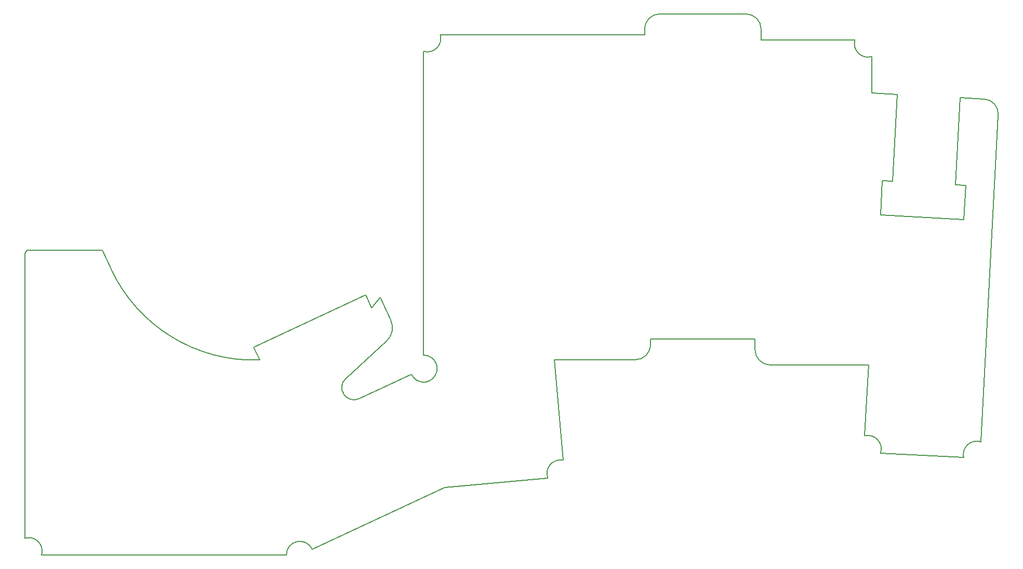
<source format=gko>
%TF.GenerationSoftware,KiCad,Pcbnew,7.0.7*%
%TF.CreationDate,2024-10-24T22:54:23+09:00*%
%TF.ProjectId,evoroll,65766f72-6f6c-46c2-9e6b-696361645f70,rev?*%
%TF.SameCoordinates,Original*%
%TF.FileFunction,Profile,NP*%
%FSLAX46Y46*%
G04 Gerber Fmt 4.6, Leading zero omitted, Abs format (unit mm)*
G04 Created by KiCad (PCBNEW 7.0.7) date 2024-10-24 22:54:23*
%MOMM*%
%LPD*%
G01*
G04 APERTURE LIST*
%TA.AperFunction,Profile*%
%ADD10C,0.200000*%
%TD*%
G04 APERTURE END LIST*
D10*
X114616743Y-78053643D02*
G75*
G03*
X117116743Y-75553687I-43J2500043D01*
G01*
X135116713Y-24153687D02*
G75*
G03*
X132616743Y-21653687I-2499913J87D01*
G01*
X166764749Y-49492797D02*
X167507920Y-35312258D01*
X73044232Y-67895880D02*
X74752574Y-71559432D01*
X154571585Y-93305738D02*
G75*
G03*
X152000945Y-90450706I-2082285J709938D01*
G01*
X153116743Y-34558048D02*
X153116743Y-28620288D01*
X134116743Y-74653687D02*
X134116743Y-76403687D01*
X157321899Y-34778431D02*
X156578728Y-48958971D01*
X102831504Y-94437760D02*
G75*
G03*
X100362008Y-97380789I-413314J-2160780D01*
G01*
X29168469Y-63246423D02*
X27734189Y-60170600D01*
X150400142Y-25903687D02*
X135116743Y-25903687D01*
X61940867Y-108940850D02*
G75*
G03*
X57747013Y-109870600I-1993867J-929750D01*
G01*
X74058994Y-75040426D02*
X67433736Y-81103499D01*
X74058996Y-75040428D02*
G75*
G03*
X74752573Y-71559432I-2025296J2213128D01*
G01*
X15508237Y-60170600D02*
X15156000Y-60670600D01*
X101398083Y-78053687D02*
X114616743Y-78053687D01*
X152606098Y-78903687D02*
X152000945Y-90450705D01*
X135116743Y-25903687D02*
X135116743Y-24153687D01*
X15156000Y-60670600D02*
X15156000Y-107153998D01*
X168169338Y-55174094D02*
X168462419Y-49581769D01*
X78122863Y-80430881D02*
G75*
G03*
X80116743Y-77301120I1993877J929761D01*
G01*
X17872601Y-109870600D02*
X57747013Y-109870600D01*
X170974906Y-91445088D02*
X173768309Y-38143782D01*
X61940890Y-108940839D02*
X83583517Y-98848717D01*
X27734189Y-60170600D02*
X15508237Y-60170600D01*
X154571647Y-93305759D02*
X168119852Y-94015790D01*
X80116724Y-27770354D02*
G75*
G03*
X82833343Y-25053687I599976J2116654D01*
G01*
X116116743Y-25053687D02*
X82833344Y-25053687D01*
X156578728Y-48958971D02*
X154881058Y-48870000D01*
X53416852Y-78097884D02*
X52441532Y-76006303D01*
X154587976Y-54462325D02*
X168169338Y-55174094D01*
X118616743Y-21653643D02*
G75*
G03*
X116116743Y-24153687I-43J-2499957D01*
G01*
X117116743Y-75553687D02*
X117116743Y-74653687D01*
X80116743Y-27770288D02*
X80116743Y-77301120D01*
X171402575Y-35516368D02*
X167507920Y-35312258D01*
X70658319Y-67511676D02*
X71633639Y-69603257D01*
X173768326Y-38143783D02*
G75*
G03*
X171402575Y-35516369I-2496526J130883D01*
G01*
X136616743Y-78903687D02*
X152606098Y-78903687D01*
X17872601Y-109870600D02*
G75*
G03*
X15156000Y-107153999I-2116601J600000D01*
G01*
X102831504Y-94437758D02*
X101398083Y-78053687D01*
X157321899Y-34778431D02*
X153116743Y-34558048D01*
X117116743Y-74653687D02*
X134116743Y-74653687D01*
X29168473Y-63246421D02*
G75*
G03*
X53416852Y-78097884I23337427J10882421D01*
G01*
X154881058Y-48870000D02*
X154587976Y-54462325D01*
X150400106Y-25903677D02*
G75*
G03*
X153116743Y-28620288I2116694J-599923D01*
G01*
X67433734Y-81103497D02*
G75*
G03*
X69629201Y-84391541I1350266J-1475403D01*
G01*
X170974916Y-91445059D02*
G75*
G03*
X168119853Y-94015790I-710016J-2082241D01*
G01*
X78122866Y-80430880D02*
X69629201Y-84391541D01*
X116116743Y-24153687D02*
X116116743Y-25053687D01*
X134116713Y-76403687D02*
G75*
G03*
X136616743Y-78903687I2500087J87D01*
G01*
X52441532Y-76006303D02*
X70658319Y-67511676D01*
X166764749Y-49492797D02*
X168462419Y-49581769D01*
X83583517Y-98848717D02*
X100362008Y-97380789D01*
X71633639Y-69603257D02*
G75*
G03*
X73044232Y-67895880I-19127639J17239157D01*
G01*
X132616743Y-21653687D02*
X118616743Y-21653687D01*
M02*

</source>
